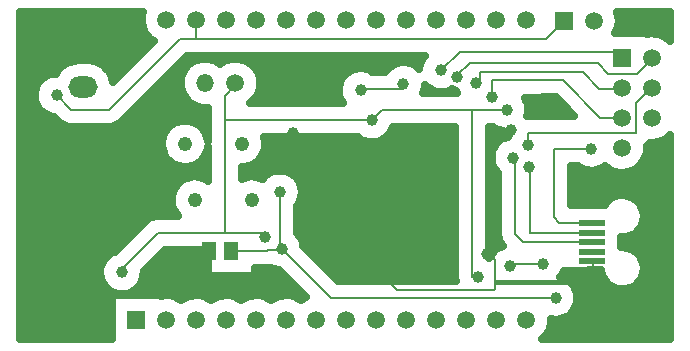
<source format=gbr>
G04 DipTrace 2.3.1.0*
%INBottom.gbr*%
%MOMM*%
%ADD13C,0.2*%
%ADD14C,0.4*%
%ADD15C,0.635*%
%ADD16R,1.3X1.5*%
%ADD24R,1.5X1.5*%
%ADD25C,1.5*%
%ADD26O,1.51X1.5*%
%ADD27C,1.219*%
%ADD28O,2.5X1.8*%
%ADD29O,1.8X2.5*%
%ADD31R,2.3X0.5*%
%ADD32R,2.5X2.0*%
%ADD33C,1.0*%
%FSLAX53Y53*%
G04*
G71*
G90*
G75*
G01*
%LNBottom*%
%LPD*%
X11229Y35438D2*
D13*
X9708Y33917D1*
Y25635D1*
X9052Y24979D1*
X9146D1*
X-27718Y41615D2*
X-25218Y44115D1*
X-25018D1*
X18132Y30399D2*
X23632D1*
X18032Y24349D2*
X18132Y24248D1*
Y21498D1*
X23632D1*
Y30399D1*
X23150Y33935D2*
X23632Y33453D1*
Y30399D1*
X18132Y21498D2*
Y22604D1*
D14*
X9906D1*
D13*
X9833Y22677D1*
Y24490D1*
X9344Y24979D1*
X9146D1*
X-14389Y25224D2*
X-17797D1*
X-17875Y25146D1*
Y25104D1*
X-19000Y23979D1*
X-7229Y35188D2*
Y35146D1*
X-5479Y33396D1*
Y28958D1*
X1552Y21927D1*
X9792D1*
X9833Y21969D1*
Y22677D1*
X11397Y33123D2*
X11562Y32957D1*
Y26646D1*
X12260Y25948D1*
X18032D1*
X12771Y32312D2*
X12854Y32229D1*
Y26729D1*
X16146D1*
X16165Y26748D1*
X18032D1*
X9562Y38271D2*
Y39656D1*
X15594D1*
X18775Y36475D1*
X20610D1*
X-8354Y30188D2*
Y25542D1*
X-8208Y25396D1*
X14979Y21229D2*
X-4042D1*
X-8208Y25396D1*
X-12489Y25224D2*
X-9464D1*
X-9417Y25271D1*
X-8333D1*
X-8208Y25396D1*
X12646Y34229D2*
Y35229D1*
X21812D1*
Y37729D1*
X23099Y39015D1*
X23150D1*
X18032Y27549D2*
X18018Y27562D1*
X15312D1*
X14812Y28062D1*
Y33812D1*
X14854Y33854D1*
X18021D1*
X2104Y39375D2*
X2042Y39312D1*
Y38938D1*
X-1688D1*
X-1594Y38844D1*
X-1531D1*
X8250Y39396D2*
X8542Y39688D1*
Y40344D1*
X17302D1*
X18677Y38969D1*
X20610D1*
Y39015D1*
X15685Y44675D2*
X14197Y43188D1*
X-15396D1*
X-15430Y43222D1*
Y44779D1*
X-27271Y38396D2*
X-26021Y37146D1*
X-22854D1*
X-16812Y43188D1*
X-15396D1*
X5271Y40521D2*
X6854Y42104D1*
X20610D1*
Y41555D1*
X6667Y39938D2*
Y40104D1*
X7708Y41146D1*
X18542D1*
X19458Y40229D1*
X21896D1*
X23150Y41483D1*
Y41555D1*
X-12120Y39417D2*
Y39255D1*
X-13021Y38354D1*
Y36271D1*
Y26771D1*
X-18646D1*
X-21729Y23688D1*
Y23396D1*
X11146Y23938D2*
X11312Y24104D1*
X13896D1*
X-583Y36271D2*
X-13021D1*
Y26771D2*
X-9917D1*
X-9583Y26438D1*
X10833Y37167D2*
X7938D1*
X312D1*
X-583Y36271D1*
X8438Y23052D2*
X7938D1*
Y37167D1*
D33*
X9562Y38271D3*
X11397Y33123D3*
X12771Y32312D3*
X12646Y34229D3*
X6667Y39938D3*
X-8354Y30188D3*
X2104Y39375D3*
X11229Y35438D3*
X9146Y24979D3*
X-1531Y38844D3*
X-21729Y23396D3*
X-27271Y38396D3*
X5271Y40521D3*
X18021Y33854D3*
X13896Y24104D3*
X11146Y23938D3*
X-7229Y35188D3*
X8250Y39396D3*
X14979Y21229D3*
X-8208Y25396D3*
X-583Y36271D3*
X-19000Y23979D3*
X-9583Y26438D3*
X10833Y37167D3*
X8438Y23052D3*
X-30286Y44851D2*
D15*
X-20129D1*
X20370D2*
X24619D1*
X-30286Y44219D2*
X-20050D1*
X20330D2*
X24619D1*
X-30286Y43587D2*
X-19752D1*
X23714D2*
X24619D1*
X-30286Y42956D2*
X-19147D1*
X-30286Y42324D2*
X-19782D1*
X-30286Y41693D2*
X-20407D1*
X-16202D2*
X3783D1*
X-30286Y41061D2*
X-26548D1*
X-23494D2*
X-21042D1*
X-16837D2*
X-16021D1*
X-10765D2*
X1292D1*
X2908D2*
X3445D1*
X-30286Y40429D2*
X-27253D1*
X-22790D2*
X-21677D1*
X-17472D2*
X-16557D1*
X-10229D2*
X-2537D1*
X-525D2*
X528D1*
X-30286Y39797D2*
X-28533D1*
X-18097D2*
X-16785D1*
X-10001D2*
X-3172D1*
X-30286Y39166D2*
X-29009D1*
X-18732D2*
X-16805D1*
X-9981D2*
X-3411D1*
X-30286Y38534D2*
X-29168D1*
X-19367D2*
X-16627D1*
X-10159D2*
X-3411D1*
X-30286Y37903D2*
X-29108D1*
X-19992D2*
X-16170D1*
X-10616D2*
X-3182D1*
X12581D2*
X15242D1*
X-30286Y37271D2*
X-28791D1*
X-20627D2*
X-14523D1*
X12740D2*
X15877D1*
X-30286Y36639D2*
X-27888D1*
X-21262D2*
X-14523D1*
X-30286Y36008D2*
X-26975D1*
X-21907D2*
X-17391D1*
X-15398D2*
X-14523D1*
X-30286Y35376D2*
X-18085D1*
X1092D2*
X6432D1*
X9446D2*
X10341D1*
X-30286Y34744D2*
X-18353D1*
X-9604D2*
X-1674D1*
X516D2*
X6432D1*
X9446D2*
X10460D1*
X24389D2*
X24627D1*
X-30286Y34113D2*
X-18403D1*
X-9564D2*
X6432D1*
X9446D2*
X9771D1*
X22791D2*
X24619D1*
X-30286Y33481D2*
X-18234D1*
X-9733D2*
X6432D1*
X22712D2*
X24619D1*
X-30286Y32849D2*
X-17768D1*
X-15011D2*
X-14523D1*
X-10189D2*
X6432D1*
X22464D2*
X24619D1*
X-30286Y32218D2*
X-14523D1*
X-11519D2*
X6432D1*
X9446D2*
X9734D1*
X16322D2*
X17108D1*
X18931D2*
X19346D1*
X21868D2*
X24619D1*
X-30286Y31586D2*
X-14523D1*
X-11519D2*
X-9622D1*
X-7094D2*
X6432D1*
X9446D2*
X10053D1*
X16322D2*
X24619D1*
X-30286Y30954D2*
X-17004D1*
X-6617D2*
X6432D1*
X9446D2*
X10053D1*
X16322D2*
X24619D1*
X-30286Y30323D2*
X-17420D1*
X-6449D2*
X6432D1*
X9446D2*
X10053D1*
X16322D2*
X24619D1*
X-30286Y29691D2*
X-17569D1*
X-6518D2*
X6432D1*
X9446D2*
X10053D1*
X16322D2*
X19658D1*
X21610D2*
X24619D1*
X-30286Y29059D2*
X-17510D1*
X-6836D2*
X6432D1*
X9446D2*
X10053D1*
X22235D2*
X24619D1*
X-30286Y28427D2*
X-17202D1*
X-6846D2*
X6432D1*
X9446D2*
X10053D1*
X22464D2*
X24619D1*
X-30286Y27796D2*
X-19722D1*
X-6846D2*
X6432D1*
X9446D2*
X10053D1*
X22454D2*
X24619D1*
X-30286Y27164D2*
X-20357D1*
X-6846D2*
X6432D1*
X9446D2*
X10053D1*
X22196D2*
X24619D1*
X-30286Y26532D2*
X-20992D1*
X-6697D2*
X6432D1*
X9446D2*
X10063D1*
X21471D2*
X24619D1*
X-30286Y25901D2*
X-21617D1*
X-6369D2*
X6432D1*
X9446D2*
X10262D1*
X20588D2*
X24619D1*
X-30286Y25269D2*
X-22252D1*
X-18047D2*
X-14543D1*
X-5982D2*
X6432D1*
X9446D2*
X9808D1*
X21640D2*
X24619D1*
X-30286Y24637D2*
X-23155D1*
X-18672D2*
X-14543D1*
X-5347D2*
X6432D1*
X22255D2*
X24619D1*
X-30286Y24006D2*
X-23532D1*
X-19307D2*
X-14543D1*
X-4712D2*
X6432D1*
X22474D2*
X24619D1*
X-30286Y23374D2*
X-23631D1*
X-19823D2*
X-14543D1*
X-10437D2*
X-8292D1*
X-4087D2*
X6432D1*
X15647D2*
X18814D1*
X22444D2*
X24619D1*
X-30286Y22742D2*
X-23512D1*
X-19942D2*
X-7657D1*
X-3452D2*
X6462D1*
X16094D2*
X19082D1*
X22176D2*
X24619D1*
X-30286Y22111D2*
X-23115D1*
X-20349D2*
X-7022D1*
X16659D2*
X19836D1*
X21422D2*
X24619D1*
X-30286Y21479D2*
X-6397D1*
X16868D2*
X24619D1*
X-30286Y20848D2*
X-22669D1*
X16848D2*
X24619D1*
X-30286Y20216D2*
X-22669D1*
X16580D2*
X24619D1*
X-30286Y19584D2*
X-22669D1*
X15876D2*
X24619D1*
X-30286Y18953D2*
X-22669D1*
X14625D2*
X24619D1*
X-30286Y18321D2*
X-22669D1*
X14377D2*
X24619D1*
X-10496Y23774D2*
Y23131D1*
X-14482D1*
Y25323D1*
X-18051Y25328D1*
X-19892Y23484D1*
X-19914Y23080D1*
X-19995Y22773D1*
X-20127Y22485D1*
X-20307Y22224D1*
X-20529Y21998D1*
X-20786Y21812D1*
X-21072Y21674D1*
X-21377Y21587D1*
X-21692Y21553D1*
X-22008Y21574D1*
X-22316Y21649D1*
X-22607Y21776D1*
X-22872Y21950D1*
X-23103Y22167D1*
X-23293Y22421D1*
X-23437Y22704D1*
X-23530Y23007D1*
X-23571Y23321D1*
X-23556Y23638D1*
X-23488Y23948D1*
X-23367Y24241D1*
X-23198Y24509D1*
X-22985Y24744D1*
X-22735Y24940D1*
X-22456Y25089D1*
X-22300Y25157D1*
X-19666Y27791D1*
X-19419Y27989D1*
X-19134Y28129D1*
X-18734Y28211D1*
X-16969Y28214D1*
X-17234Y28567D1*
X-17374Y28851D1*
X-17467Y29154D1*
X-17509Y29469D1*
X-17500Y29786D1*
X-17439Y30097D1*
X-17329Y30394D1*
X-17172Y30670D1*
X-16973Y30917D1*
X-16736Y31128D1*
X-16469Y31298D1*
X-16177Y31422D1*
X-15869Y31498D1*
X-15553Y31523D1*
X-15237Y31496D1*
X-14929Y31418D1*
X-14638Y31292D1*
X-14463Y31179D1*
X-14466Y33977D1*
X-14542Y33670D1*
X-14668Y33378D1*
X-14839Y33111D1*
X-15051Y32875D1*
X-15298Y32677D1*
X-15574Y32521D1*
X-15872Y32412D1*
X-16183Y32352D1*
X-16500Y32344D1*
X-16815Y32387D1*
X-17118Y32481D1*
X-17402Y32622D1*
X-17659Y32808D1*
X-17883Y33032D1*
X-18067Y33290D1*
X-18208Y33574D1*
X-18300Y33878D1*
X-18342Y34192D1*
X-18333Y34509D1*
X-18273Y34821D1*
X-18162Y35118D1*
X-18006Y35394D1*
X-17806Y35640D1*
X-17570Y35851D1*
X-17302Y36021D1*
X-17010Y36146D1*
X-16702Y36221D1*
X-16386Y36246D1*
X-16070Y36219D1*
X-15762Y36142D1*
X-15471Y36015D1*
X-15205Y35843D1*
X-14970Y35631D1*
X-14772Y35383D1*
X-14617Y35106D1*
X-14509Y34808D1*
X-14463Y34564D1*
X-14464Y37332D1*
X-14870Y37334D1*
X-15182Y37389D1*
X-15483Y37490D1*
X-15765Y37636D1*
X-16021Y37822D1*
X-16247Y38045D1*
X-16436Y38300D1*
X-16584Y38581D1*
X-16688Y38880D1*
X-16746Y39192D1*
X-16756Y39509D1*
X-16718Y39824D1*
X-16633Y40129D1*
X-16503Y40419D1*
X-16330Y40685D1*
X-16120Y40922D1*
X-15875Y41124D1*
X-15603Y41288D1*
X-15310Y41408D1*
X-15002Y41482D1*
X-14675Y41509D1*
X-14359Y41488D1*
X-14049Y41420D1*
X-13754Y41305D1*
X-13393Y41079D1*
X-13058Y41288D1*
X-12765Y41408D1*
X-12457Y41482D1*
X-12141Y41509D1*
X-11824Y41488D1*
X-11514Y41420D1*
X-11219Y41305D1*
X-10944Y41147D1*
X-10695Y40949D1*
X-10480Y40717D1*
X-10303Y40454D1*
X-10167Y40167D1*
X-10076Y39863D1*
X-10028Y39417D1*
X-10052Y39100D1*
X-10123Y38791D1*
X-10241Y38497D1*
X-10401Y38223D1*
X-10601Y37977D1*
X-10911Y37715D1*
X-2990Y37714D1*
X-3239Y38151D1*
X-3333Y38455D1*
X-3373Y38769D1*
X-3358Y39086D1*
X-3290Y39395D1*
X-3169Y39689D1*
X-3000Y39957D1*
X-2787Y40192D1*
X-2538Y40388D1*
X-2258Y40537D1*
X-1957Y40637D1*
X-1643Y40683D1*
X-1326Y40675D1*
X-1015Y40613D1*
X-720Y40498D1*
X-524Y40381D1*
X565Y40380D1*
X848Y40724D1*
X1098Y40919D1*
X1378Y41069D1*
X1679Y41168D1*
X1992Y41215D1*
X2309Y41206D1*
X2620Y41144D1*
X2916Y41030D1*
X3188Y40866D1*
X3433Y40650D1*
X3512Y41073D1*
X3633Y41366D1*
X3802Y41634D1*
X3902Y41744D1*
X-16219Y41745D1*
X-21834Y36126D1*
X-22081Y35927D1*
X-22366Y35788D1*
X-22766Y35706D1*
X-26021Y35703D1*
X-26336Y35738D1*
X-26636Y35840D1*
X-26977Y36065D1*
X-27483Y36568D1*
X-27858Y36649D1*
X-28149Y36776D1*
X-28414Y36950D1*
X-28645Y37167D1*
X-28835Y37421D1*
X-28979Y37704D1*
X-29072Y38007D1*
X-29112Y38321D1*
X-29098Y38638D1*
X-29029Y38948D1*
X-28909Y39241D1*
X-28739Y39509D1*
X-28527Y39744D1*
X-28277Y39940D1*
X-27998Y40089D1*
X-27696Y40189D1*
X-27313Y40234D1*
X-27112Y40526D1*
X-26895Y40758D1*
X-26648Y40957D1*
X-26375Y41119D1*
X-26083Y41241D1*
X-25776Y41321D1*
X-25368Y41358D1*
X-24443Y41347D1*
X-24131Y41293D1*
X-23829Y41195D1*
X-23544Y41056D1*
X-23281Y40878D1*
X-23046Y40664D1*
X-22844Y40420D1*
X-22678Y40149D1*
X-22552Y39858D1*
X-22471Y39562D1*
X-19055Y42986D1*
X-19326Y43184D1*
X-19551Y43408D1*
X-19740Y43662D1*
X-19889Y43943D1*
X-19993Y44242D1*
X-20051Y44554D1*
X-20061Y44871D1*
X-20023Y45186D1*
X-19940Y45482D1*
X-30349D1*
Y17776D1*
X-22601D1*
X-22603Y21473D1*
X-18417D1*
Y21423D1*
X-17990Y21473D1*
X-17674Y21452D1*
X-17364Y21383D1*
X-17068Y21269D1*
X-16708Y21043D1*
X-16368Y21251D1*
X-16074Y21371D1*
X-15766Y21446D1*
X-15450Y21473D1*
X-15134Y21452D1*
X-14824Y21383D1*
X-14528Y21269D1*
X-14168Y21043D1*
X-13828Y21251D1*
X-13534Y21371D1*
X-13226Y21446D1*
X-12910Y21473D1*
X-12594Y21452D1*
X-12284Y21383D1*
X-11988Y21269D1*
X-11628Y21043D1*
X-11288Y21251D1*
X-10994Y21371D1*
X-10686Y21446D1*
X-10370Y21473D1*
X-10054Y21452D1*
X-9744Y21383D1*
X-9448Y21269D1*
X-9088Y21043D1*
X-8748Y21251D1*
X-8454Y21371D1*
X-8146Y21446D1*
X-7830Y21473D1*
X-7514Y21452D1*
X-7204Y21383D1*
X-6908Y21269D1*
X-6548Y21043D1*
X-6125Y21285D1*
X-6858Y22005D1*
X-8423Y23569D1*
X-8796Y23649D1*
X-9144Y23814D1*
X-9491Y23781D1*
X-10506D1*
X20294Y44359D2*
X20222Y44050D1*
X20040Y43644D1*
X22703Y43648D1*
Y43598D1*
X23130Y43648D1*
X23447Y43627D1*
X23756Y43558D1*
X24052Y43444D1*
X24327Y43286D1*
X24575Y43088D1*
X24689Y42964D1*
X24683Y45482D1*
X20148D1*
X20270Y45122D1*
X20318Y44675D1*
X20294Y44359D1*
X-11579Y31325D2*
X-11351Y31422D1*
X-11043Y31498D1*
X-10727Y31523D1*
X-10411Y31496D1*
X-10103Y31418D1*
X-9823Y31301D1*
X-9610Y31536D1*
X-9360Y31731D1*
X-9081Y31881D1*
X-8780Y31981D1*
X-8466Y32027D1*
X-8149Y32019D1*
X-7838Y31957D1*
X-7542Y31842D1*
X-7271Y31678D1*
X-7031Y31471D1*
X-6831Y31225D1*
X-6676Y30948D1*
X-6570Y30649D1*
X-6511Y30188D1*
X-6539Y29872D1*
X-6620Y29565D1*
X-6752Y29277D1*
X-6915Y29040D1*
X-6911Y26705D1*
X-6685Y26433D1*
X-6530Y26157D1*
X-6424Y25858D1*
X-6383Y25613D1*
X-3449Y22677D1*
X2943Y22672D1*
X6545D1*
X6495Y23052D1*
Y35722D1*
X1181Y35724D1*
X1019Y35360D1*
X839Y35099D1*
X617Y34873D1*
X360Y34687D1*
X74Y34549D1*
X-231Y34462D1*
X-546Y34428D1*
X-862Y34449D1*
X-1171Y34524D1*
X-1461Y34651D1*
X-1733Y34832D1*
X-9682Y34828D1*
X-9624Y34496D1*
X-9614Y34294D1*
X-9640Y33977D1*
X-9716Y33670D1*
X-9842Y33378D1*
X-10013Y33111D1*
X-10225Y32875D1*
X-10472Y32677D1*
X-10748Y32521D1*
X-11046Y32412D1*
X-11357Y32352D1*
X-11585Y32346D1*
X-11578Y31340D1*
X16263Y29141D2*
X19141D1*
X19325Y29376D1*
X19562Y29587D1*
X19832Y29753D1*
X20127Y29869D1*
X20438Y29931D1*
X20755Y29937D1*
X21069Y29887D1*
X21368Y29783D1*
X21645Y29628D1*
X21889Y29426D1*
X22095Y29185D1*
X22254Y28911D1*
X22363Y28613D1*
X22425Y28149D1*
X22397Y27833D1*
X22313Y27527D1*
X22178Y27240D1*
X21993Y26982D1*
X21767Y26760D1*
X21504Y26582D1*
X21215Y26453D1*
X20907Y26377D1*
X20522Y26364D1*
X20515Y25956D1*
X20525Y25547D1*
X21069Y25487D1*
X21368Y25383D1*
X21645Y25228D1*
X21889Y25026D1*
X22095Y24785D1*
X22254Y24511D1*
X22363Y24213D1*
X22425Y23748D1*
X22397Y23433D1*
X22313Y23127D1*
X22178Y22840D1*
X21993Y22582D1*
X21767Y22360D1*
X21504Y22182D1*
X21215Y22053D1*
X20907Y21977D1*
X20591Y21956D1*
X20276Y21991D1*
X19972Y22082D1*
X19688Y22224D1*
X19434Y22414D1*
X19218Y22646D1*
X19046Y22912D1*
X18923Y23205D1*
X18852Y23564D1*
X16397Y23556D1*
X15658D1*
X15498Y23194D1*
X15380Y23022D1*
X15791Y22884D1*
X16062Y22720D1*
X16302Y22512D1*
X16502Y22266D1*
X16658Y21990D1*
X16763Y21691D1*
X16822Y21229D1*
X16795Y20913D1*
X16714Y20607D1*
X16581Y20319D1*
X16402Y20057D1*
X16180Y19831D1*
X15922Y19646D1*
X15637Y19508D1*
X15332Y19420D1*
X15017Y19387D1*
X14594Y19433D1*
X14579Y19064D1*
X14507Y18755D1*
X14390Y18460D1*
X14229Y18187D1*
X14029Y17940D1*
X13846Y17774D1*
X24683Y17776D1*
X24669Y35036D1*
X24434Y34823D1*
X24170Y34647D1*
X23882Y34514D1*
X23577Y34426D1*
X23263Y34385D1*
X22979Y34380D1*
X22723Y34111D1*
X22699Y34068D1*
X22679Y33619D1*
X22607Y33310D1*
X22490Y33015D1*
X22329Y32742D1*
X22129Y32496D1*
X21894Y32283D1*
X21630Y32107D1*
X21342Y31974D1*
X21037Y31886D1*
X20723Y31845D1*
X20405Y31852D1*
X20093Y31907D1*
X19793Y32009D1*
X19511Y32154D1*
X19177Y32418D1*
X18964Y32271D1*
X18678Y32133D1*
X18373Y32045D1*
X18058Y32012D1*
X17742Y32033D1*
X17434Y32107D1*
X17143Y32234D1*
X16871Y32415D1*
X16265Y32411D1*
X16255Y30637D1*
Y29139D1*
X10117Y31806D2*
X9833Y32148D1*
X9689Y32430D1*
X9595Y32733D1*
X9555Y33048D1*
X9570Y33365D1*
X9638Y33674D1*
X9759Y33968D1*
X9928Y34236D1*
X10141Y34471D1*
X10391Y34667D1*
X10670Y34816D1*
X10924Y34900D1*
X11177Y35342D1*
X11186Y35358D1*
X10871Y35324D1*
X10554Y35345D1*
X10246Y35420D1*
X9955Y35546D1*
X9683Y35728D1*
X9375Y35724D1*
X9380Y30499D1*
Y24635D1*
X9508Y24783D1*
X9677Y25051D1*
X9890Y25286D1*
X10140Y25481D1*
X10504Y25659D1*
X10297Y25953D1*
X10176Y26246D1*
X10120Y26646D1*
Y31795D1*
X6519Y38790D2*
X6186Y38915D1*
X5928Y38799D1*
X5623Y38712D1*
X5308Y38678D1*
X4992Y38699D1*
X4684Y38774D1*
X4393Y38901D1*
X4128Y39075D1*
X3948Y39245D1*
X3839Y38752D1*
X3777Y38617D1*
X5075Y38610D1*
X6593D1*
X6516Y38789D1*
X12649Y36851D2*
X12601Y36669D1*
X16545Y36672D1*
X14997Y38212D1*
X12357Y38204D1*
X12512Y37928D1*
X12617Y37628D1*
X12676Y37167D1*
X12649Y36851D1*
D16*
X-14389Y25224D3*
X-12489D3*
D24*
X15685Y44675D3*
D25*
X18225D3*
D24*
X-17200Y39417D3*
D26*
X-14660D3*
D25*
X-12120D3*
D27*
X-15559Y29570D3*
X-10733D3*
X-16392Y34294D3*
X-11566D3*
D28*
X-25018Y39115D3*
Y44115D3*
D29*
X-27718Y41615D3*
D31*
X18032Y27549D3*
Y26748D3*
Y25948D3*
Y25149D3*
Y24349D3*
D32*
X18132Y30399D3*
Y21498D3*
X23632Y30399D3*
Y21498D3*
D24*
X20610Y41555D3*
D25*
X23150D3*
X20610Y39015D3*
X23150D3*
X20610Y36475D3*
X23150D3*
X20610Y33935D3*
X23150D3*
D24*
X-20510Y19380D3*
D25*
X-17970D3*
X-15430D3*
X-12890D3*
X-10350D3*
X-7810D3*
X-5270D3*
X-2730D3*
X-190D3*
X2350D3*
X4890D3*
X7430D3*
X9970D3*
X12510D3*
D24*
X-20510Y44779D3*
D25*
X-17970D3*
X-15430D3*
X-12890D3*
X-10350D3*
X-7810D3*
X-5270D3*
X-2730D3*
X-190D3*
X2350D3*
X4890D3*
X7430D3*
X9970D3*
X12510D3*
M02*

</source>
